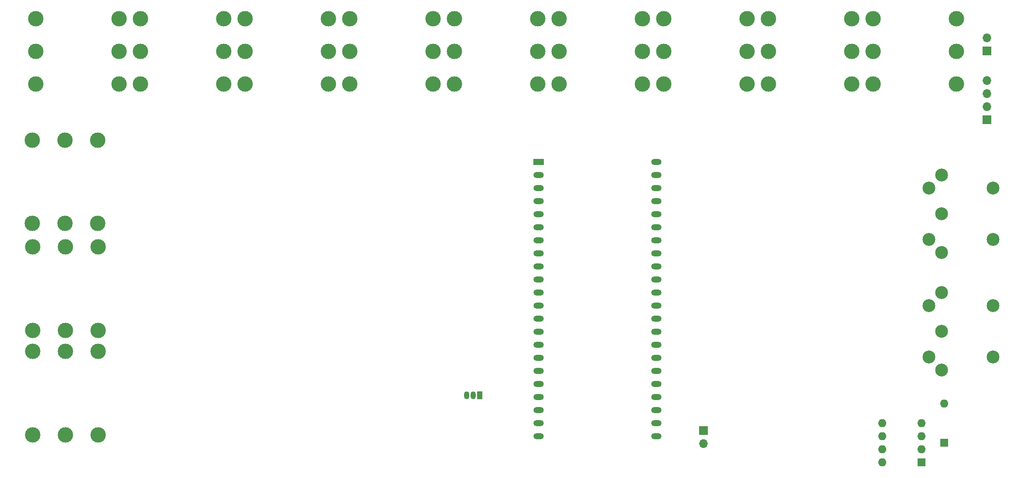
<source format=gbs>
G04 #@! TF.GenerationSoftware,KiCad,Pcbnew,7.0.11+dfsg-1build4*
G04 #@! TF.CreationDate,2024-10-21T23:09:42+01:00*
G04 #@! TF.ProjectId,edrumulus,65647275-6d75-46c7-9573-2e6b69636164,rev?*
G04 #@! TF.SameCoordinates,Original*
G04 #@! TF.FileFunction,Soldermask,Bot*
G04 #@! TF.FilePolarity,Negative*
%FSLAX46Y46*%
G04 Gerber Fmt 4.6, Leading zero omitted, Abs format (unit mm)*
G04 Created by KiCad (PCBNEW 7.0.11+dfsg-1build4) date 2024-10-21 23:09:42*
%MOMM*%
%LPD*%
G01*
G04 APERTURE LIST*
%ADD10C,3.000000*%
%ADD11R,1.050000X1.500000*%
%ADD12O,1.050000X1.500000*%
%ADD13R,1.600000X1.600000*%
%ADD14O,1.600000X1.600000*%
%ADD15R,1.700000X1.700000*%
%ADD16O,1.700000X1.700000*%
%ADD17C,2.500000*%
%ADD18R,2.000000X1.200000*%
%ADD19O,2.000000X1.200000*%
G04 APERTURE END LIST*
D10*
X197625000Y-44535000D03*
X213855000Y-44535000D03*
X197625000Y-38185000D03*
X213855000Y-38185000D03*
X197625000Y-50885000D03*
X213855000Y-50885000D03*
D11*
X121285000Y-111400000D03*
D12*
X120015000Y-111400000D03*
X118745000Y-111400000D03*
D13*
X211455000Y-120650000D03*
D14*
X211455000Y-113030000D03*
D10*
X96025000Y-44535000D03*
X112255000Y-44535000D03*
X96025000Y-38185000D03*
X112255000Y-38185000D03*
X96025000Y-50885000D03*
X112255000Y-50885000D03*
X116345000Y-44535000D03*
X132575000Y-44535000D03*
X116345000Y-38185000D03*
X132575000Y-38185000D03*
X116345000Y-50885000D03*
X132575000Y-50885000D03*
D15*
X164719000Y-118232000D03*
D16*
X164719000Y-120772000D03*
D17*
X210964700Y-68588800D03*
X210964700Y-76088800D03*
X210964700Y-83588800D03*
X208464700Y-71088800D03*
X208464700Y-81088800D03*
X220964700Y-81088800D03*
X220964700Y-71088800D03*
D10*
X177305000Y-44535000D03*
X193535000Y-44535000D03*
X177305000Y-38185000D03*
X193535000Y-38185000D03*
X177305000Y-50885000D03*
X193535000Y-50885000D03*
D18*
X132715000Y-66040000D03*
D19*
X132715000Y-68580000D03*
X132715000Y-71120000D03*
X132715000Y-73660000D03*
X132715000Y-76200000D03*
X132715000Y-78740000D03*
X132715000Y-81280000D03*
X132715000Y-83820000D03*
X132715000Y-86360000D03*
X132715000Y-88900000D03*
X132715000Y-91440000D03*
X132715000Y-93980000D03*
X132715000Y-96520000D03*
X132715000Y-99060000D03*
X132715000Y-101600000D03*
X132715000Y-104140000D03*
X132715000Y-106680000D03*
X132715000Y-109220000D03*
X132715000Y-111760000D03*
X132711320Y-114297280D03*
X132711320Y-116837280D03*
X132711320Y-119377280D03*
X155575000Y-119380000D03*
X155575000Y-116840000D03*
X155575000Y-114300000D03*
X155575000Y-111760000D03*
X155575000Y-109220000D03*
X155575000Y-106680000D03*
X155575000Y-104140000D03*
X155575000Y-101600000D03*
X155575000Y-99060000D03*
X155575000Y-96520000D03*
X155575000Y-93980000D03*
X155575000Y-91440000D03*
X155575000Y-88900000D03*
X155575000Y-86360000D03*
X155575000Y-83820000D03*
X155575000Y-81280000D03*
X155575000Y-78740000D03*
X155575000Y-76200000D03*
X155575000Y-73660000D03*
X155575000Y-71120000D03*
X155575000Y-68580000D03*
X155575000Y-66040000D03*
D14*
X199390000Y-124460000D03*
X199390000Y-121920000D03*
X199390000Y-119380000D03*
X199390000Y-116840000D03*
X207010000Y-116840000D03*
X207010000Y-119380000D03*
X207010000Y-121920000D03*
D13*
X207010000Y-124460000D03*
D10*
X40810000Y-98780000D03*
X40810000Y-82550000D03*
X34460000Y-98780000D03*
X34460000Y-82550000D03*
X47160000Y-98780000D03*
X47160000Y-82550000D03*
X136665000Y-44535000D03*
X152895000Y-44535000D03*
X136665000Y-38185000D03*
X152895000Y-38185000D03*
X136665000Y-50885000D03*
X152895000Y-50885000D03*
D15*
X219710000Y-57785000D03*
D16*
X219710000Y-55245000D03*
X219710000Y-52705000D03*
X219710000Y-50165000D03*
D10*
X40725000Y-77965000D03*
X40725000Y-61735000D03*
X34375000Y-77965000D03*
X34375000Y-61735000D03*
X47075000Y-77965000D03*
X47075000Y-61735000D03*
X75705000Y-44535000D03*
X91935000Y-44535000D03*
X75705000Y-38185000D03*
X91935000Y-38185000D03*
X75705000Y-50885000D03*
X91935000Y-50885000D03*
X55385000Y-44535000D03*
X71615000Y-44535000D03*
X55385000Y-38185000D03*
X71615000Y-38185000D03*
X55385000Y-50885000D03*
X71615000Y-50885000D03*
X156985000Y-44535000D03*
X173215000Y-44535000D03*
X156985000Y-38185000D03*
X173215000Y-38185000D03*
X156985000Y-50885000D03*
X173215000Y-50885000D03*
D15*
X219710000Y-44450000D03*
D16*
X219710000Y-41910000D03*
D10*
X40810000Y-119100000D03*
X40810000Y-102870000D03*
X34460000Y-119100000D03*
X34460000Y-102870000D03*
X47160000Y-119100000D03*
X47160000Y-102870000D03*
X35065000Y-44535000D03*
X51295000Y-44535000D03*
X35065000Y-38185000D03*
X51295000Y-38185000D03*
X35065000Y-50885000D03*
X51295000Y-50885000D03*
D17*
X210964700Y-91448800D03*
X210964700Y-98948800D03*
X210964700Y-106448800D03*
X208464700Y-93948800D03*
X208464700Y-103948800D03*
X220964700Y-103948800D03*
X220964700Y-93948800D03*
M02*

</source>
